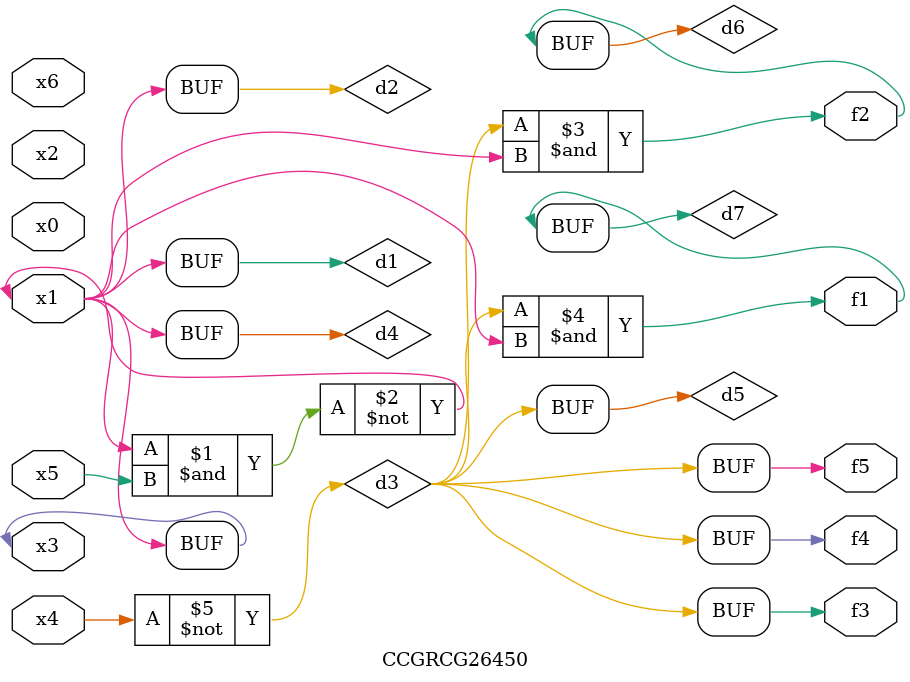
<source format=v>
module CCGRCG26450(
	input x0, x1, x2, x3, x4, x5, x6,
	output f1, f2, f3, f4, f5
);

	wire d1, d2, d3, d4, d5, d6, d7;

	buf (d1, x1, x3);
	nand (d2, x1, x5);
	not (d3, x4);
	buf (d4, d1, d2);
	buf (d5, d3);
	and (d6, d3, d4);
	and (d7, d3, d4);
	assign f1 = d7;
	assign f2 = d6;
	assign f3 = d5;
	assign f4 = d5;
	assign f5 = d5;
endmodule

</source>
